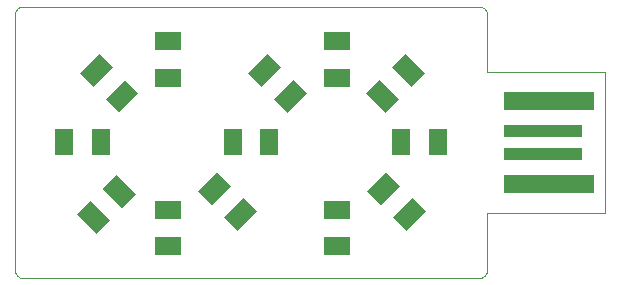
<source format=gts>
G75*
G70*
%OFA0B0*%
%FSLAX24Y24*%
%IPPOS*%
%LPD*%
%AMOC8*
5,1,8,0,0,1.08239X$1,22.5*
%
%ADD10C,0.0000*%
%ADD11R,0.0906X0.0631*%
%ADD12R,0.0631X0.0906*%
%ADD13R,0.2993X0.0631*%
%ADD14R,0.2599X0.0434*%
D10*
X000625Y000347D02*
X015816Y000347D01*
X015847Y000349D01*
X015878Y000354D01*
X015908Y000363D01*
X015937Y000375D01*
X015964Y000390D01*
X015989Y000408D01*
X016013Y000428D01*
X016033Y000452D01*
X016051Y000477D01*
X016066Y000504D01*
X016078Y000533D01*
X016087Y000563D01*
X016092Y000594D01*
X016094Y000625D01*
X016095Y000625D02*
X016095Y002512D01*
X020032Y002512D01*
X020032Y007237D01*
X016095Y007237D01*
X016095Y009124D01*
X016094Y009124D02*
X016092Y009155D01*
X016087Y009186D01*
X016078Y009216D01*
X016066Y009245D01*
X016051Y009272D01*
X016033Y009297D01*
X016013Y009321D01*
X015989Y009341D01*
X015964Y009359D01*
X015937Y009374D01*
X015908Y009386D01*
X015878Y009395D01*
X015847Y009400D01*
X015816Y009402D01*
X000625Y009402D01*
X000594Y009400D01*
X000563Y009395D01*
X000533Y009386D01*
X000504Y009374D01*
X000477Y009359D01*
X000452Y009341D01*
X000428Y009321D01*
X000408Y009297D01*
X000390Y009272D01*
X000375Y009245D01*
X000363Y009216D01*
X000354Y009186D01*
X000349Y009155D01*
X000347Y009124D01*
X000347Y000625D01*
X000349Y000594D01*
X000354Y000563D01*
X000363Y000533D01*
X000375Y000504D01*
X000390Y000477D01*
X000408Y000452D01*
X000428Y000428D01*
X000452Y000408D01*
X000477Y000390D01*
X000504Y000375D01*
X000533Y000363D01*
X000563Y000354D01*
X000594Y000349D01*
X000625Y000347D01*
D11*
X005465Y001410D03*
X005465Y002630D03*
X011075Y002630D03*
X011075Y001410D03*
X011075Y007020D03*
X011075Y008241D03*
X005465Y008241D03*
X005465Y007020D03*
D12*
G36*
X004025Y006954D02*
X004471Y006508D01*
X003831Y005868D01*
X003385Y006314D01*
X004025Y006954D01*
G37*
G36*
X003162Y007817D02*
X003608Y007371D01*
X002968Y006731D01*
X002522Y007177D01*
X003162Y007817D01*
G37*
G36*
X008578Y006731D02*
X008132Y007177D01*
X008772Y007817D01*
X009218Y007371D01*
X008578Y006731D01*
G37*
G36*
X009441Y005868D02*
X008995Y006314D01*
X009635Y006954D01*
X010081Y006508D01*
X009441Y005868D01*
G37*
X008831Y004874D03*
X007611Y004874D03*
G36*
X006905Y002794D02*
X006459Y003240D01*
X007099Y003880D01*
X007545Y003434D01*
X006905Y002794D01*
G37*
G36*
X007768Y001931D02*
X007322Y002377D01*
X007962Y003017D01*
X008408Y002571D01*
X007768Y001931D01*
G37*
G36*
X003287Y003336D02*
X003733Y003782D01*
X004373Y003142D01*
X003927Y002696D01*
X003287Y003336D01*
G37*
G36*
X002424Y002473D02*
X002870Y002919D01*
X003510Y002279D01*
X003064Y001833D01*
X002424Y002473D01*
G37*
X002000Y004874D03*
X003221Y004874D03*
G36*
X012069Y006508D02*
X012515Y006954D01*
X013155Y006314D01*
X012709Y005868D01*
X012069Y006508D01*
G37*
G36*
X012932Y007371D02*
X013378Y007817D01*
X014018Y007177D01*
X013572Y006731D01*
X012932Y007371D01*
G37*
X013221Y004874D03*
X014441Y004874D03*
G36*
X012735Y003880D02*
X013181Y003434D01*
X012541Y002794D01*
X012095Y003240D01*
X012735Y003880D01*
G37*
G36*
X013598Y003017D02*
X014044Y002571D01*
X013404Y001931D01*
X012958Y002377D01*
X013598Y003017D01*
G37*
D13*
X018142Y003496D03*
X018142Y006252D03*
D14*
X017945Y005268D03*
X017945Y004481D03*
M02*

</source>
